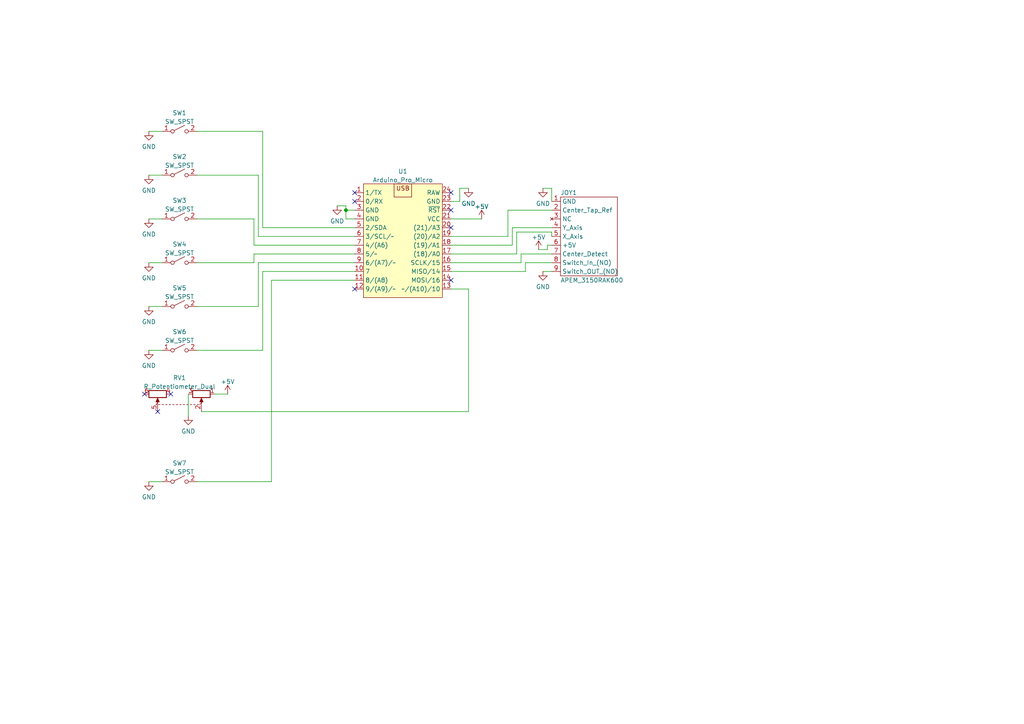
<source format=kicad_sch>
(kicad_sch (version 20211123) (generator eeschema)
  (paper "A4")
  (title_block (title "Star Citizen Mining Controller") (date "2023-01-16") (rev "1") (comment 1 "Author: Moragor"))
  (lib_symbols
    (symbol "Device:R_Potentiometer_Dual" (pin_names (offset 1.016) hide)
      (property "Reference" "RV" (at 0 3.81 0))
      (property "Value" "R_Potentiometer_Dual" (at 0 1.905 0))
      (symbol "R_Potentiometer_Dual_0_1"
        (rectangle (start -8.89 -1.524) (end -3.81 -3.556) (stroke (width 0.254)))
        (polyline (pts (xy -6.35 0) (xy -6.35 -1.016)))
        (polyline (pts (xy -6.35 0) (xy -6.35 -1.016)))
        (polyline (pts (xy -6.35 0) (xy -5.842 0.508)))
        (polyline (pts (xy -5.588 0.508) (xy -5.08 0.508)))
        (polyline (pts (xy -4.572 0.508) (xy -4.064 0.508)))
        (polyline (pts (xy -3.556 0.508) (xy -3.048 0.508)))
        (polyline (pts (xy -2.54 0.508) (xy -2.032 0.508)))
        (polyline (pts (xy -1.524 0.508) (xy -1.016 0.508)))
        (polyline (pts (xy -0.508 0.508) (xy 0 0.508)))
        (polyline (pts (xy 0.508 0.508) (xy 1.016 0.508)))
        (polyline (pts (xy 1.524 0.508) (xy 2.032 0.508)))
        (polyline (pts (xy 2.54 0.508) (xy 3.048 0.508)))
        (polyline (pts (xy 3.556 0.508) (xy 4.064 0.508)))
        (polyline (pts (xy 4.572 0.508) (xy 5.08 0.508)))
        (polyline (pts (xy 5.588 0.508) (xy 6.096 0.508)))
        (polyline (pts (xy 6.35 0) (xy 6.35 -1.016)))
        (polyline (pts (xy 6.35 0) (xy 6.35 -1.016)))
        (polyline (pts (xy 6.604 0.508) (xy 6.858 0.508) (xy 6.35 0)))
        (polyline (pts (xy -6.35 -1.397) (xy -6.858 -0.254) (xy -5.842 -0.254) (xy -6.35 -1.397)) (fill (type outline)))
        (polyline (pts (xy 6.35 -1.397) (xy 5.842 -0.254) (xy 6.858 -0.254) (xy 6.35 -1.397)) (fill (type outline)))
        (rectangle (start 3.81 -1.524) (end 8.89 -3.556) (stroke (width 0.254)))
      )
      (symbol "R_Potentiometer_Dual_1_1"
        (pin passive line (at -10.16 -2.54 0) (length 1.27) (name "1") (number "1"))
        (pin passive line (at -6.35 2.54 270) (length 2.54) (name "2") (number "2"))
        (pin passive line (at -2.54 -2.54 180) (length 1.27) (name "3") (number "3"))
        (pin passive line (at 2.54 -2.54 0) (length 1.27) (name "4") (number "4"))
        (pin passive line (at 6.35 2.54 270) (length 2.54) (name "5") (number "5"))
        (pin passive line (at 10.16 -2.54 180) (length 1.27) (name "6") (number "6"))
      )
    )
    (symbol "MySymbols:Arduino_Pro_Micro"
      (property "Reference" "U" (at 0 17.78 0))
      (property "Value" "Arduino_Pro_Micro" (at 0 -17.78 0))
      (symbol "Arduino_Pro_Micro_0_0"
        (text "USB" (at 0 15.24 0) (effects (font (size 1.27 1.27))))
      )
      (symbol "Arduino_Pro_Micro_0_1"
        (rectangle (start -11.43 16.51) (end 11.43 -16.51) (stroke (width 0.1524)) (fill (type background)))
        (rectangle (start -2.54 16.51) (end 2.54 12.7) (stroke (width 0.1524)))
      )
      (symbol "Arduino_Pro_Micro_1_1"
        (pin bidirectional line (at -13.97 13.97 0) (length 2.54) (name "1/TX") (number "1"))
        (pin bidirectional line (at -13.97 -8.89 0) (length 2.54) (name "7") (number "10"))
        (pin bidirectional line (at -13.97 -11.43 0) (length 2.54) (name "8/(A8)") (number "11"))
        (pin bidirectional line (at -13.97 -13.97 0) (length 2.54) (name "9/(A9)/~") (number "12"))
        (pin bidirectional line (at 13.97 -13.97 180) (length 2.54) (name "~/(A10)/10") (number "13"))
        (pin bidirectional line (at 13.97 -11.43 180) (length 2.54) (name "MOSI/16") (number "14"))
        (pin bidirectional line (at 13.97 -8.89 180) (length 2.54) (name "MISO/14") (number "15"))
        (pin bidirectional line (at 13.97 -6.35 180) (length 2.54) (name "SCLK/15") (number "16"))
        (pin bidirectional line (at 13.97 -3.81 180) (length 2.54) (name "(18)/A0") (number "17"))
        (pin bidirectional line (at 13.97 -1.27 180) (length 2.54) (name "(19)/A1") (number "18"))
        (pin bidirectional line (at 13.97 1.27 180) (length 2.54) (name "(20)/A2") (number "19"))
        (pin bidirectional line (at -13.97 11.43 0) (length 2.54) (name "0/RX") (number "2"))
        (pin bidirectional line (at 13.97 3.81 180) (length 2.54) (name "(21)/A3") (number "20"))
        (pin power_out line (at 13.97 6.35 180) (length 2.54) (name "VCC") (number "21"))
        (pin input line (at 13.97 8.89 180) (length 2.54) (name "~{RST}") (number "22"))
        (pin power_in line (at 13.97 11.43 180) (length 2.54) (name "GND") (number "23"))
        (pin power_in line (at 13.97 13.97 180) (length 2.54) (name "RAW") (number "24"))
        (pin power_in line (at -13.97 8.89 0) (length 2.54) (name "GND") (number "3"))
        (pin power_in line (at -13.97 6.35 0) (length 2.54) (name "GND") (number "4"))
        (pin bidirectional line (at -13.97 3.81 0) (length 2.54) (name "2/SDA") (number "5"))
        (pin bidirectional line (at -13.97 1.27 0) (length 2.54) (name "3/SCL/~") (number "6"))
        (pin bidirectional line (at -13.97 -1.27 0) (length 2.54) (name "4/(A6)") (number "7"))
        (pin bidirectional line (at -13.97 -3.81 0) (length 2.54) (name "5/~") (number "8"))
        (pin bidirectional line (at -13.97 -6.35 0) (length 2.54) (name "6/(A7)/~") (number "9"))
      )
    )
    (symbol "SC_Mining_Controller_Symbols:APEM_3150RAK600"
      (property "Reference" "JOY" (at 0 12.7 0))
      (property "Value" "APEM_3150RAK600" (at 5.08 -12.7 0))
      (symbol "APEM_3150RAK600_0_1"
        (rectangle (start -2.54 11.43) (end 13.97 -11.43) (stroke (width 0.1524)))
      )
      (symbol "APEM_3150RAK600_1_1"
        (pin power_in line (at -5.08 10.16 0) (length 2.54) (name "GND") (number "1"))
        (pin output line (at -5.08 7.62 0) (length 2.54) (name "Center_Tap_Ref") (number "2"))
        (pin no_connect line (at -5.08 5.08 0) (length 2.54) (name "NC") (number "3"))
        (pin output line (at -5.08 2.54 0) (length 2.54) (name "Y_Axis") (number "4"))
        (pin output line (at -5.08 0 0) (length 2.54) (name "X_Axis") (number "5"))
        (pin power_in line (at -5.08 -2.54 0) (length 2.54) (name "+5V") (number "6"))
        (pin output line (at -5.08 -5.08 0) (length 2.54) (name "Center_Detect") (number "7"))
        (pin bidirectional line (at -5.08 -7.62 0) (length 2.54) (name "Switch_In_(NO)") (number "8"))
        (pin bidirectional line (at -5.08 -10.16 0) (length 2.54) (name "Switch_OUT_(NO)") (number "9"))
      )
    )
    (symbol "Switch:SW_SPST" (pin_names (offset 0) hide)
      (property "Reference" "SW" (at 0 3.175 0))
      (property "Value" "SW_SPST" (at 0 -2.54 0))
      (symbol "SW_SPST_0_0"
        (circle (center -2.032 0) (radius 0.508))
        (polyline (pts (xy -1.524 0.254) (xy 1.524 1.778)))
        (circle (center 2.032 0) (radius 0.508))
      )
      (symbol "SW_SPST_1_1"
        (pin passive line (at -5.08 0 0) (length 2.54) (name "A") (number "1"))
        (pin passive line (at 5.08 0 180) (length 2.54) (name "B") (number "2"))
      )
    )
    (symbol "power:+5V" (power) (pin_names (offset 0))
      (property "Value" "+5V" (at 0 3.556 0))
      (symbol "+5V_0_1"
        (polyline (pts (xy -0.762 1.27) (xy 0 2.54)))
        (polyline (pts (xy 0 0) (xy 0 2.54)))
        (polyline (pts (xy 0 2.54) (xy 0.762 1.27)))
      )
      (symbol "+5V_1_1"
        (pin power_in line (at 0 0 90) (length 0) hide (name "+5V") (number "1"))
      )
    )
    (symbol "power:GND" (power) (pin_names (offset 0))
      (property "Value" "GND" (at 0 -3.81 0))
      (symbol "GND_0_1"
        (polyline (pts (xy 0 0) (xy 0 -1.27) (xy 1.27 -1.27) (xy 0 -2.54) (xy -1.27 -1.27) (xy 0 -1.27)))
      )
      (symbol "GND_1_1"
        (pin power_in line (at 0 0 270) (length 0) hide (name "GND") (number "1"))
      )
    )
  )
  (junction (at 100.33 60.96))
  (no_connect (at 102.87 58.42))
  (no_connect (at 45.72 119.38))
  (no_connect (at 49.53 114.3))
  (no_connect (at 130.81 55.88))
  (no_connect (at 41.91 114.3))
  (no_connect (at 130.81 66.04))
  (no_connect (at 102.87 55.88))
  (no_connect (at 130.81 60.96))
  (no_connect (at 102.87 83.82))
  (no_connect (at 130.81 81.28))
  (wire (pts (xy 76.2 66.04) (xy 102.87 66.04)))
  (wire (pts (xy 135.89 54.61) (xy 133.35 54.61)))
  (wire (pts (xy 135.89 83.82) (xy 130.81 83.82)))
  (wire (pts (xy 43.18 63.5) (xy 46.99 63.5)))
  (wire (pts (xy 133.35 54.61) (xy 133.35 58.42)))
  (wire (pts (xy 78.74 81.28) (xy 102.87 81.28)))
  (wire (pts (xy 78.74 81.28) (xy 78.74 139.7)))
  (wire (pts (xy 148.59 71.12) (xy 130.81 71.12)))
  (wire (pts (xy 158.75 71.12) (xy 158.75 72.39)))
  (wire (pts (xy 152.4 76.2) (xy 152.4 78.74)))
  (wire (pts (xy 149.86 67.31) (xy 149.86 73.66)))
  (wire (pts (xy 76.2 38.1) (xy 76.2 66.04)))
  (wire (pts (xy 147.32 68.58) (xy 130.81 68.58)))
  (wire (pts (xy 160.02 76.2) (xy 152.4 76.2)))
  (wire (pts (xy 57.15 139.7) (xy 78.74 139.7)))
  (wire (pts (xy 58.42 119.38) (xy 135.89 119.38)))
  (wire (pts (xy 57.15 50.8) (xy 74.93 50.8)))
  (wire (pts (xy 76.2 101.6) (xy 76.2 78.74)))
  (wire (pts (xy 43.18 50.8) (xy 46.99 50.8)))
  (wire (pts (xy 160.02 60.96) (xy 147.32 60.96)))
  (wire (pts (xy 130.81 63.5) (xy 139.7 63.5)))
  (wire (pts (xy 73.66 71.12) (xy 102.87 71.12)))
  (wire (pts (xy 74.93 68.58) (xy 102.87 68.58)))
  (wire (pts (xy 100.33 60.96) (xy 100.33 59.69)))
  (wire (pts (xy 152.4 78.74) (xy 130.81 78.74)))
  (wire (pts (xy 76.2 78.74) (xy 102.87 78.74)))
  (wire (pts (xy 160.02 67.31) (xy 149.86 67.31)))
  (wire (pts (xy 43.18 101.6) (xy 46.99 101.6)))
  (wire (pts (xy 57.15 38.1) (xy 76.2 38.1)))
  (wire (pts (xy 148.59 66.04) (xy 148.59 71.12)))
  (wire (pts (xy 57.15 63.5) (xy 73.66 63.5)))
  (wire (pts (xy 74.93 88.9) (xy 74.93 76.2)))
  (wire (pts (xy 102.87 60.96) (xy 100.33 60.96)))
  (wire (pts (xy 157.48 54.61) (xy 160.02 54.61)))
  (wire (pts (xy 73.66 63.5) (xy 73.66 71.12)))
  (wire (pts (xy 160.02 67.31) (xy 160.02 68.58)))
  (wire (pts (xy 43.18 139.7) (xy 46.99 139.7)))
  (wire (pts (xy 100.33 63.5) (xy 100.33 60.96)))
  (wire (pts (xy 149.86 73.66) (xy 130.81 73.66)))
  (wire (pts (xy 73.66 76.2) (xy 73.66 73.66)))
  (wire (pts (xy 73.66 73.66) (xy 102.87 73.66)))
  (wire (pts (xy 43.18 76.2) (xy 46.99 76.2)))
  (wire (pts (xy 74.93 76.2) (xy 102.87 76.2)))
  (wire (pts (xy 43.18 88.9) (xy 46.99 88.9)))
  (wire (pts (xy 57.15 101.6) (xy 76.2 101.6)))
  (wire (pts (xy 74.93 50.8) (xy 74.93 68.58)))
  (wire (pts (xy 100.33 59.69) (xy 97.79 59.69)))
  (wire (pts (xy 151.13 73.66) (xy 151.13 76.2)))
  (wire (pts (xy 151.13 76.2) (xy 130.81 76.2)))
  (wire (pts (xy 133.35 58.42) (xy 130.81 58.42)))
  (wire (pts (xy 57.15 88.9) (xy 74.93 88.9)))
  (wire (pts (xy 160.02 71.12) (xy 158.75 71.12)))
  (wire (pts (xy 62.23 114.3) (xy 66.04 114.3)))
  (wire (pts (xy 102.87 63.5) (xy 100.33 63.5)))
  (wire (pts (xy 43.18 38.1) (xy 46.99 38.1)))
  (wire (pts (xy 157.48 78.74) (xy 160.02 78.74)))
  (wire (pts (xy 57.15 76.2) (xy 73.66 76.2)))
  (wire (pts (xy 158.75 72.39) (xy 156.21 72.39)))
  (wire (pts (xy 135.89 119.38) (xy 135.89 83.82)))
  (wire (pts (xy 160.02 66.04) (xy 148.59 66.04)))
  (wire (pts (xy 160.02 58.42) (xy 160.02 54.61)))
  (wire (pts (xy 54.61 114.3) (xy 54.61 120.65)))
  (wire (pts (xy 147.32 60.96) (xy 147.32 68.58)))
  (wire (pts (xy 160.02 73.66) (xy 151.13 73.66)))
  (symbol (lib_id "SC_Mining_Controller_Symbols:APEM_3150RAK600") (at 165.1 68.58 0) (unit 1)
    (property "Reference" "JOY1" (at 162.56 55.88 0) (effects (justify left)))
    (property "Value" "APEM_3150RAK600" (at 162.56 81.28 0) (effects (justify left)))
    (property "Footprint" "Connector_Molex:Molex_KK-254_AE-6410-09A_1x09_P2.54mm_Vertical" (effects hide))
  )
  (symbol (lib_id "Switch:SW_SPST") (at 52.07 139.7 0) (unit 1)
    (property "Reference" "SW7" (at 52.07 134.3492 0))
    (property "Value" "SW_SPST" (at 52.07 136.8861 0))
    (property "Footprint" "Connector_JST:JST_XH_B2B-XH-A_1x02_P2.50mm_Vertical" (effects hide))
  )
  (symbol (lib_id "power:GND") (at 157.48 54.61 0) (unit 1)
    (property "Reference" "#PWR04" (effects hide))
    (property "Value" "GND" (at 157.48 59.0534 0))
  )
  (symbol (lib_id "Switch:SW_SPST") (at 52.07 63.5 0) (unit 1)
    (property "Reference" "SW3" (at 52.07 58.1492 0))
    (property "Value" "SW_SPST" (at 52.07 60.6861 0))
    (property "Footprint" "Connector_JST:JST_XH_B2B-XH-A_1x02_P2.50mm_Vertical" (effects hide))
  )
  (symbol (lib_id "MySymbols:Arduino_Pro_Micro") (at 116.84 69.85 0) (unit 1)
    (property "Reference" "U1" (at 116.84 49.691 0))
    (property "Value" "Arduino_Pro_Micro" (at 116.84 52.2279 0))
    (property "Footprint" "My_footprints:ProMicro" (effects hide))
  )
  (symbol (lib_id "Switch:SW_SPST") (at 52.07 38.1 0) (unit 1)
    (property "Reference" "SW1" (at 52.07 32.7492 0))
    (property "Value" "SW_SPST" (at 52.07 35.2861 0))
    (property "Footprint" "Connector_JST:JST_XH_B2B-XH-A_1x02_P2.50mm_Vertical" (effects hide))
  )
  (symbol (lib_id "Switch:SW_SPST") (at 52.07 50.8 0) (unit 1)
    (property "Reference" "SW2" (at 52.07 45.4492 0))
    (property "Value" "SW_SPST" (at 52.07 47.9861 0))
    (property "Footprint" "Connector_JST:JST_XH_B2B-XH-A_1x02_P2.50mm_Vertical" (effects hide))
  )
  (symbol (lib_id "power:+5V") (at 156.21 72.39 0) (unit 1)
    (property "Reference" "#PWR08" (effects hide))
    (property "Value" "+5V" (at 156.21 68.8142 0))
  )
  (symbol (lib_id "power:GND") (at 54.61 120.65 0) (unit 1)
    (property "Reference" "#PWR014" (effects hide))
    (property "Value" "GND" (at 54.61 125.0934 0))
  )
  (symbol (lib_id "power:GND") (at 43.18 76.2 0) (unit 1)
    (property "Reference" "#PWR09" (effects hide))
    (property "Value" "GND" (at 43.18 80.6434 0))
  )
  (symbol (lib_id "Switch:SW_SPST") (at 52.07 101.6 0) (unit 1)
    (property "Reference" "SW6" (at 52.07 96.2492 0))
    (property "Value" "SW_SPST" (at 52.07 98.7861 0))
    (property "Footprint" "Connector_JST:JST_XH_B2B-XH-A_1x02_P2.50mm_Vertical" (effects hide))
  )
  (symbol (lib_id "Device:R_Potentiometer_Dual") (at 52.07 116.84 180) (unit 1)
    (property "Reference" "RV1" (at 52.07 109.5842 0))
    (property "Value" "R_Potentiometer_Dual" (at 52.07 112.1211 0))
    (property "Footprint" "My_footprints:Sliding_Potentiometer_RS60112" (effects hide))
  )
  (symbol (lib_id "power:GND") (at 135.89 54.61 0) (unit 1)
    (property "Reference" "#PWR03" (effects hide))
    (property "Value" "GND" (at 135.89 59.0534 0))
  )
  (symbol (lib_id "power:GND") (at 43.18 88.9 0) (unit 1)
    (property "Reference" "#PWR011" (effects hide))
    (property "Value" "GND" (at 43.18 93.3434 0))
  )
  (symbol (lib_id "power:GND") (at 43.18 50.8 0) (unit 1)
    (property "Reference" "#PWR02" (effects hide))
    (property "Value" "GND" (at 43.18 55.2434 0))
  )
  (symbol (lib_id "power:GND") (at 157.48 78.74 0) (unit 1)
    (property "Reference" "#PWR010" (effects hide))
    (property "Value" "GND" (at 157.48 83.1834 0))
  )
  (symbol (lib_id "power:GND") (at 43.18 63.5 0) (unit 1)
    (property "Reference" "#PWR06" (effects hide))
    (property "Value" "GND" (at 43.18 67.9434 0))
  )
  (symbol (lib_id "Switch:SW_SPST") (at 52.07 88.9 0) (unit 1)
    (property "Reference" "SW5" (at 52.07 83.5492 0))
    (property "Value" "SW_SPST" (at 52.07 86.0861 0))
    (property "Footprint" "Connector_JST:JST_XH_B2B-XH-A_1x02_P2.50mm_Vertical" (effects hide))
  )
  (symbol (lib_id "power:GND") (at 43.18 38.1 0) (unit 1)
    (property "Reference" "#PWR01" (effects hide))
    (property "Value" "GND" (at 43.18 42.5434 0))
  )
  (symbol (lib_id "Switch:SW_SPST") (at 52.07 76.2 0) (unit 1)
    (property "Reference" "SW4" (at 52.07 70.8492 0))
    (property "Value" "SW_SPST" (at 52.07 73.3861 0))
    (property "Footprint" "Connector_JST:JST_XH_B2B-XH-A_1x02_P2.50mm_Vertical" (effects hide))
  )
  (symbol (lib_id "power:GND") (at 97.79 59.69 0) (unit 1)
    (property "Reference" "#PWR05" (effects hide))
    (property "Value" "GND" (at 97.79 64.1334 0))
  )
  (symbol (lib_id "power:GND") (at 43.18 139.7 0) (unit 1)
    (property "Reference" "#PWR015" (effects hide))
    (property "Value" "GND" (at 43.18 144.1434 0))
  )
  (symbol (lib_id "power:+5V") (at 139.7 63.5 0) (unit 1)
    (property "Reference" "#PWR07" (effects hide))
    (property "Value" "+5V" (at 139.7 59.9242 0))
  )
  (symbol (lib_id "power:GND") (at 43.18 101.6 0) (unit 1)
    (property "Reference" "#PWR012" (effects hide))
    (property "Value" "GND" (at 43.18 106.0434 0))
  )
  (symbol (lib_id "power:+5V") (at 66.04 114.3 0) (unit 1)
    (property "Reference" "#PWR013" (effects hide))
    (property "Value" "+5V" (at 66.04 110.7242 0))
  )
)
</source>
